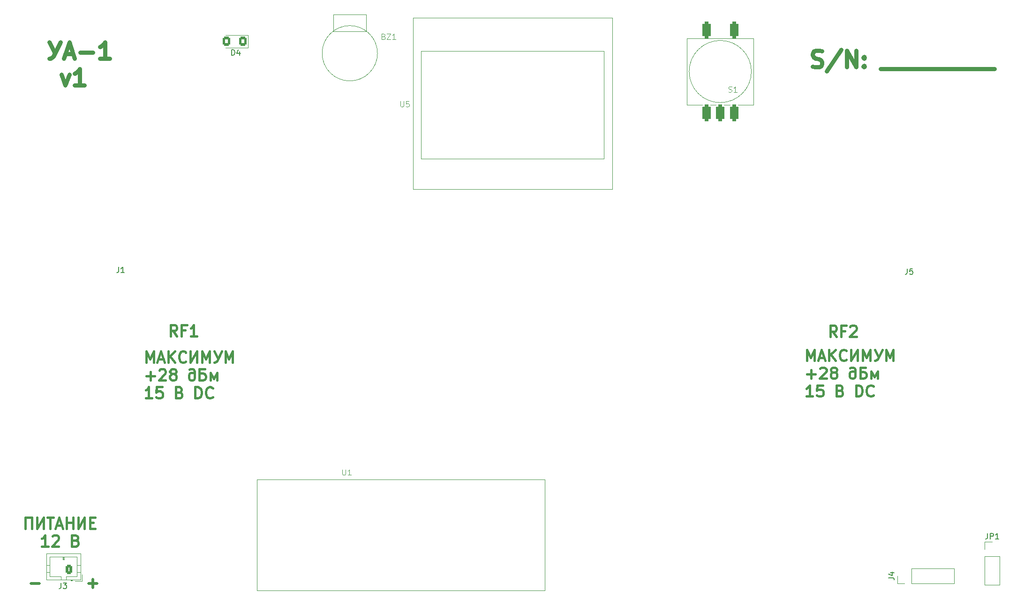
<source format=gbr>
G04 #@! TF.GenerationSoftware,KiCad,Pcbnew,8.0.1*
G04 #@! TF.CreationDate,2024-05-06T16:29:22+03:00*
G04 #@! TF.ProjectId,SmartAtt,536d6172-7441-4747-942e-6b696361645f,rev?*
G04 #@! TF.SameCoordinates,Original*
G04 #@! TF.FileFunction,Legend,Top*
G04 #@! TF.FilePolarity,Positive*
%FSLAX46Y46*%
G04 Gerber Fmt 4.6, Leading zero omitted, Abs format (unit mm)*
G04 Created by KiCad (PCBNEW 8.0.1) date 2024-05-06 16:29:22*
%MOMM*%
%LPD*%
G01*
G04 APERTURE LIST*
G04 Aperture macros list*
%AMRoundRect*
0 Rectangle with rounded corners*
0 $1 Rounding radius*
0 $2 $3 $4 $5 $6 $7 $8 $9 X,Y pos of 4 corners*
0 Add a 4 corners polygon primitive as box body*
4,1,4,$2,$3,$4,$5,$6,$7,$8,$9,$2,$3,0*
0 Add four circle primitives for the rounded corners*
1,1,$1+$1,$2,$3*
1,1,$1+$1,$4,$5*
1,1,$1+$1,$6,$7*
1,1,$1+$1,$8,$9*
0 Add four rect primitives between the rounded corners*
20,1,$1+$1,$2,$3,$4,$5,0*
20,1,$1+$1,$4,$5,$6,$7,0*
20,1,$1+$1,$6,$7,$8,$9,0*
20,1,$1+$1,$8,$9,$2,$3,0*%
G04 Aperture macros list end*
%ADD10C,0.500000*%
%ADD11C,0.400000*%
%ADD12C,0.750000*%
%ADD13C,0.150000*%
%ADD14C,0.100000*%
%ADD15C,0.120000*%
%ADD16C,7.653453*%
%ADD17R,1.700000X1.700000*%
%ADD18O,1.700000X1.700000*%
%ADD19C,3.000000*%
%ADD20C,1.500000*%
%ADD21R,1.000000X1.000000*%
%ADD22C,2.000000*%
%ADD23RoundRect,0.250001X0.462499X0.624999X-0.462499X0.624999X-0.462499X-0.624999X0.462499X-0.624999X0*%
%ADD24RoundRect,0.375000X-0.375000X-1.125000X0.375000X-1.125000X0.375000X1.125000X-0.375000X1.125000X0*%
%ADD25RoundRect,0.250000X0.350000X0.625000X-0.350000X0.625000X-0.350000X-0.625000X0.350000X-0.625000X0*%
%ADD26O,1.200000X1.750000*%
%ADD27O,2.000000X2.000000*%
G04 APERTURE END LIST*
D10*
X64205137Y-140767333D02*
X65728947Y-140767333D01*
D11*
X90582204Y-96034438D02*
X89915537Y-95082057D01*
X89439347Y-96034438D02*
X89439347Y-94034438D01*
X89439347Y-94034438D02*
X90201252Y-94034438D01*
X90201252Y-94034438D02*
X90391728Y-94129676D01*
X90391728Y-94129676D02*
X90486966Y-94224914D01*
X90486966Y-94224914D02*
X90582204Y-94415390D01*
X90582204Y-94415390D02*
X90582204Y-94701104D01*
X90582204Y-94701104D02*
X90486966Y-94891580D01*
X90486966Y-94891580D02*
X90391728Y-94986819D01*
X90391728Y-94986819D02*
X90201252Y-95082057D01*
X90201252Y-95082057D02*
X89439347Y-95082057D01*
X92106014Y-94986819D02*
X91439347Y-94986819D01*
X91439347Y-96034438D02*
X91439347Y-94034438D01*
X91439347Y-94034438D02*
X92391728Y-94034438D01*
X94201252Y-96034438D02*
X93058395Y-96034438D01*
X93629823Y-96034438D02*
X93629823Y-94034438D01*
X93629823Y-94034438D02*
X93439347Y-94320152D01*
X93439347Y-94320152D02*
X93248871Y-94510628D01*
X93248871Y-94510628D02*
X93058395Y-94605866D01*
X209682204Y-96134438D02*
X209015537Y-95182057D01*
X208539347Y-96134438D02*
X208539347Y-94134438D01*
X208539347Y-94134438D02*
X209301252Y-94134438D01*
X209301252Y-94134438D02*
X209491728Y-94229676D01*
X209491728Y-94229676D02*
X209586966Y-94324914D01*
X209586966Y-94324914D02*
X209682204Y-94515390D01*
X209682204Y-94515390D02*
X209682204Y-94801104D01*
X209682204Y-94801104D02*
X209586966Y-94991580D01*
X209586966Y-94991580D02*
X209491728Y-95086819D01*
X209491728Y-95086819D02*
X209301252Y-95182057D01*
X209301252Y-95182057D02*
X208539347Y-95182057D01*
X211206014Y-95086819D02*
X210539347Y-95086819D01*
X210539347Y-96134438D02*
X210539347Y-94134438D01*
X210539347Y-94134438D02*
X211491728Y-94134438D01*
X212158395Y-94324914D02*
X212253633Y-94229676D01*
X212253633Y-94229676D02*
X212444109Y-94134438D01*
X212444109Y-94134438D02*
X212920300Y-94134438D01*
X212920300Y-94134438D02*
X213110776Y-94229676D01*
X213110776Y-94229676D02*
X213206014Y-94324914D01*
X213206014Y-94324914D02*
X213301252Y-94515390D01*
X213301252Y-94515390D02*
X213301252Y-94705866D01*
X213301252Y-94705866D02*
X213206014Y-94991580D01*
X213206014Y-94991580D02*
X212063157Y-96134438D01*
X212063157Y-96134438D02*
X213301252Y-96134438D01*
X204339347Y-100494662D02*
X204339347Y-98494662D01*
X204339347Y-98494662D02*
X205006014Y-99923233D01*
X205006014Y-99923233D02*
X205672680Y-98494662D01*
X205672680Y-98494662D02*
X205672680Y-100494662D01*
X206529823Y-99923233D02*
X207482204Y-99923233D01*
X206339347Y-100494662D02*
X207006013Y-98494662D01*
X207006013Y-98494662D02*
X207672680Y-100494662D01*
X208339347Y-100494662D02*
X208339347Y-98494662D01*
X209482204Y-100494662D02*
X208625061Y-99351804D01*
X209482204Y-98494662D02*
X208339347Y-99637519D01*
X211482204Y-100304185D02*
X211386966Y-100399424D01*
X211386966Y-100399424D02*
X211101252Y-100494662D01*
X211101252Y-100494662D02*
X210910776Y-100494662D01*
X210910776Y-100494662D02*
X210625061Y-100399424D01*
X210625061Y-100399424D02*
X210434585Y-100208947D01*
X210434585Y-100208947D02*
X210339347Y-100018471D01*
X210339347Y-100018471D02*
X210244109Y-99637519D01*
X210244109Y-99637519D02*
X210244109Y-99351804D01*
X210244109Y-99351804D02*
X210339347Y-98970852D01*
X210339347Y-98970852D02*
X210434585Y-98780376D01*
X210434585Y-98780376D02*
X210625061Y-98589900D01*
X210625061Y-98589900D02*
X210910776Y-98494662D01*
X210910776Y-98494662D02*
X211101252Y-98494662D01*
X211101252Y-98494662D02*
X211386966Y-98589900D01*
X211386966Y-98589900D02*
X211482204Y-98685138D01*
X212339347Y-98494662D02*
X212339347Y-100494662D01*
X212339347Y-100494662D02*
X213482204Y-98494662D01*
X213482204Y-98494662D02*
X213482204Y-100494662D01*
X214434585Y-100494662D02*
X214434585Y-98494662D01*
X214434585Y-98494662D02*
X215101252Y-99923233D01*
X215101252Y-99923233D02*
X215767918Y-98494662D01*
X215767918Y-98494662D02*
X215767918Y-100494662D01*
X216625061Y-98494662D02*
X217291728Y-99827995D01*
X217958394Y-98494662D02*
X217101251Y-100208947D01*
X217101251Y-100208947D02*
X216910775Y-100399424D01*
X216910775Y-100399424D02*
X216720299Y-100494662D01*
X216720299Y-100494662D02*
X216625061Y-100494662D01*
X218625061Y-100494662D02*
X218625061Y-98494662D01*
X218625061Y-98494662D02*
X219291728Y-99923233D01*
X219291728Y-99923233D02*
X219958394Y-98494662D01*
X219958394Y-98494662D02*
X219958394Y-100494662D01*
X204339347Y-102952645D02*
X205863157Y-102952645D01*
X205101252Y-103714550D02*
X205101252Y-102190740D01*
X206720299Y-101905026D02*
X206815537Y-101809788D01*
X206815537Y-101809788D02*
X207006013Y-101714550D01*
X207006013Y-101714550D02*
X207482204Y-101714550D01*
X207482204Y-101714550D02*
X207672680Y-101809788D01*
X207672680Y-101809788D02*
X207767918Y-101905026D01*
X207767918Y-101905026D02*
X207863156Y-102095502D01*
X207863156Y-102095502D02*
X207863156Y-102285978D01*
X207863156Y-102285978D02*
X207767918Y-102571692D01*
X207767918Y-102571692D02*
X206625061Y-103714550D01*
X206625061Y-103714550D02*
X207863156Y-103714550D01*
X209006013Y-102571692D02*
X208815537Y-102476454D01*
X208815537Y-102476454D02*
X208720299Y-102381216D01*
X208720299Y-102381216D02*
X208625061Y-102190740D01*
X208625061Y-102190740D02*
X208625061Y-102095502D01*
X208625061Y-102095502D02*
X208720299Y-101905026D01*
X208720299Y-101905026D02*
X208815537Y-101809788D01*
X208815537Y-101809788D02*
X209006013Y-101714550D01*
X209006013Y-101714550D02*
X209386966Y-101714550D01*
X209386966Y-101714550D02*
X209577442Y-101809788D01*
X209577442Y-101809788D02*
X209672680Y-101905026D01*
X209672680Y-101905026D02*
X209767918Y-102095502D01*
X209767918Y-102095502D02*
X209767918Y-102190740D01*
X209767918Y-102190740D02*
X209672680Y-102381216D01*
X209672680Y-102381216D02*
X209577442Y-102476454D01*
X209577442Y-102476454D02*
X209386966Y-102571692D01*
X209386966Y-102571692D02*
X209006013Y-102571692D01*
X209006013Y-102571692D02*
X208815537Y-102666931D01*
X208815537Y-102666931D02*
X208720299Y-102762169D01*
X208720299Y-102762169D02*
X208625061Y-102952645D01*
X208625061Y-102952645D02*
X208625061Y-103333597D01*
X208625061Y-103333597D02*
X208720299Y-103524073D01*
X208720299Y-103524073D02*
X208815537Y-103619312D01*
X208815537Y-103619312D02*
X209006013Y-103714550D01*
X209006013Y-103714550D02*
X209386966Y-103714550D01*
X209386966Y-103714550D02*
X209577442Y-103619312D01*
X209577442Y-103619312D02*
X209672680Y-103524073D01*
X209672680Y-103524073D02*
X209767918Y-103333597D01*
X209767918Y-103333597D02*
X209767918Y-102952645D01*
X209767918Y-102952645D02*
X209672680Y-102762169D01*
X209672680Y-102762169D02*
X209577442Y-102666931D01*
X209577442Y-102666931D02*
X209386966Y-102571692D01*
X213101252Y-102571692D02*
X213006014Y-102476454D01*
X213006014Y-102476454D02*
X212815538Y-102381216D01*
X212815538Y-102381216D02*
X212434585Y-102381216D01*
X212434585Y-102381216D02*
X212244109Y-102476454D01*
X212244109Y-102476454D02*
X212148871Y-102571692D01*
X212148871Y-102571692D02*
X212053633Y-102762169D01*
X212053633Y-102762169D02*
X212053633Y-103333597D01*
X212053633Y-103333597D02*
X212148871Y-103524073D01*
X212148871Y-103524073D02*
X212244109Y-103619312D01*
X212244109Y-103619312D02*
X212434585Y-103714550D01*
X212434585Y-103714550D02*
X212720300Y-103714550D01*
X212720300Y-103714550D02*
X212910776Y-103619312D01*
X212910776Y-103619312D02*
X213006014Y-103524073D01*
X213006014Y-103524073D02*
X213101252Y-103333597D01*
X213101252Y-103333597D02*
X213101252Y-102095502D01*
X213101252Y-102095502D02*
X213006014Y-101905026D01*
X213006014Y-101905026D02*
X212910776Y-101809788D01*
X212910776Y-101809788D02*
X212720300Y-101714550D01*
X212720300Y-101714550D02*
X212339347Y-101714550D01*
X212339347Y-101714550D02*
X212148871Y-101809788D01*
X214910776Y-101714550D02*
X213958395Y-101714550D01*
X213958395Y-101714550D02*
X213958395Y-103714550D01*
X213958395Y-103714550D02*
X214529824Y-103714550D01*
X214529824Y-103714550D02*
X214815538Y-103619312D01*
X214815538Y-103619312D02*
X215006014Y-103428835D01*
X215006014Y-103428835D02*
X215101252Y-103238359D01*
X215101252Y-103238359D02*
X215101252Y-102952645D01*
X215101252Y-102952645D02*
X215006014Y-102762169D01*
X215006014Y-102762169D02*
X214815538Y-102571692D01*
X214815538Y-102571692D02*
X214529824Y-102476454D01*
X214529824Y-102476454D02*
X213958395Y-102476454D01*
X215958395Y-103714550D02*
X215958395Y-102381216D01*
X215958395Y-102381216D02*
X216529824Y-103428835D01*
X216529824Y-103428835D02*
X217101252Y-102381216D01*
X217101252Y-102381216D02*
X217101252Y-103714550D01*
X205386966Y-106934438D02*
X204244109Y-106934438D01*
X204815537Y-106934438D02*
X204815537Y-104934438D01*
X204815537Y-104934438D02*
X204625061Y-105220152D01*
X204625061Y-105220152D02*
X204434585Y-105410628D01*
X204434585Y-105410628D02*
X204244109Y-105505866D01*
X207196490Y-104934438D02*
X206244109Y-104934438D01*
X206244109Y-104934438D02*
X206148871Y-105886819D01*
X206148871Y-105886819D02*
X206244109Y-105791580D01*
X206244109Y-105791580D02*
X206434585Y-105696342D01*
X206434585Y-105696342D02*
X206910776Y-105696342D01*
X206910776Y-105696342D02*
X207101252Y-105791580D01*
X207101252Y-105791580D02*
X207196490Y-105886819D01*
X207196490Y-105886819D02*
X207291728Y-106077295D01*
X207291728Y-106077295D02*
X207291728Y-106553485D01*
X207291728Y-106553485D02*
X207196490Y-106743961D01*
X207196490Y-106743961D02*
X207101252Y-106839200D01*
X207101252Y-106839200D02*
X206910776Y-106934438D01*
X206910776Y-106934438D02*
X206434585Y-106934438D01*
X206434585Y-106934438D02*
X206244109Y-106839200D01*
X206244109Y-106839200D02*
X206148871Y-106743961D01*
X210339348Y-105886819D02*
X210625062Y-105982057D01*
X210625062Y-105982057D02*
X210720300Y-106077295D01*
X210720300Y-106077295D02*
X210815538Y-106267771D01*
X210815538Y-106267771D02*
X210815538Y-106553485D01*
X210815538Y-106553485D02*
X210720300Y-106743961D01*
X210720300Y-106743961D02*
X210625062Y-106839200D01*
X210625062Y-106839200D02*
X210434586Y-106934438D01*
X210434586Y-106934438D02*
X209672681Y-106934438D01*
X209672681Y-106934438D02*
X209672681Y-104934438D01*
X209672681Y-104934438D02*
X210339348Y-104934438D01*
X210339348Y-104934438D02*
X210529824Y-105029676D01*
X210529824Y-105029676D02*
X210625062Y-105124914D01*
X210625062Y-105124914D02*
X210720300Y-105315390D01*
X210720300Y-105315390D02*
X210720300Y-105505866D01*
X210720300Y-105505866D02*
X210625062Y-105696342D01*
X210625062Y-105696342D02*
X210529824Y-105791580D01*
X210529824Y-105791580D02*
X210339348Y-105886819D01*
X210339348Y-105886819D02*
X209672681Y-105886819D01*
X213196491Y-106934438D02*
X213196491Y-104934438D01*
X213196491Y-104934438D02*
X213672681Y-104934438D01*
X213672681Y-104934438D02*
X213958396Y-105029676D01*
X213958396Y-105029676D02*
X214148872Y-105220152D01*
X214148872Y-105220152D02*
X214244110Y-105410628D01*
X214244110Y-105410628D02*
X214339348Y-105791580D01*
X214339348Y-105791580D02*
X214339348Y-106077295D01*
X214339348Y-106077295D02*
X214244110Y-106458247D01*
X214244110Y-106458247D02*
X214148872Y-106648723D01*
X214148872Y-106648723D02*
X213958396Y-106839200D01*
X213958396Y-106839200D02*
X213672681Y-106934438D01*
X213672681Y-106934438D02*
X213196491Y-106934438D01*
X216339348Y-106743961D02*
X216244110Y-106839200D01*
X216244110Y-106839200D02*
X215958396Y-106934438D01*
X215958396Y-106934438D02*
X215767920Y-106934438D01*
X215767920Y-106934438D02*
X215482205Y-106839200D01*
X215482205Y-106839200D02*
X215291729Y-106648723D01*
X215291729Y-106648723D02*
X215196491Y-106458247D01*
X215196491Y-106458247D02*
X215101253Y-106077295D01*
X215101253Y-106077295D02*
X215101253Y-105791580D01*
X215101253Y-105791580D02*
X215196491Y-105410628D01*
X215196491Y-105410628D02*
X215291729Y-105220152D01*
X215291729Y-105220152D02*
X215482205Y-105029676D01*
X215482205Y-105029676D02*
X215767920Y-104934438D01*
X215767920Y-104934438D02*
X215958396Y-104934438D01*
X215958396Y-104934438D02*
X216244110Y-105029676D01*
X216244110Y-105029676D02*
X216339348Y-105124914D01*
X63239347Y-130814550D02*
X63239347Y-128814550D01*
X63239347Y-128814550D02*
X64382204Y-128814550D01*
X64382204Y-128814550D02*
X64382204Y-130814550D01*
X65334585Y-128814550D02*
X65334585Y-130814550D01*
X65334585Y-130814550D02*
X66477442Y-128814550D01*
X66477442Y-128814550D02*
X66477442Y-130814550D01*
X67144109Y-128814550D02*
X68286966Y-128814550D01*
X67715537Y-130814550D02*
X67715537Y-128814550D01*
X68858395Y-130243121D02*
X69810776Y-130243121D01*
X68667919Y-130814550D02*
X69334585Y-128814550D01*
X69334585Y-128814550D02*
X70001252Y-130814550D01*
X70667919Y-130814550D02*
X70667919Y-128814550D01*
X70667919Y-129766931D02*
X71810776Y-129766931D01*
X71810776Y-130814550D02*
X71810776Y-128814550D01*
X72763157Y-128814550D02*
X72763157Y-130814550D01*
X72763157Y-130814550D02*
X73906014Y-128814550D01*
X73906014Y-128814550D02*
X73906014Y-130814550D01*
X74858395Y-129766931D02*
X75525062Y-129766931D01*
X75810776Y-130814550D02*
X74858395Y-130814550D01*
X74858395Y-130814550D02*
X74858395Y-128814550D01*
X74858395Y-128814550D02*
X75810776Y-128814550D01*
X67334586Y-134034438D02*
X66191729Y-134034438D01*
X66763157Y-134034438D02*
X66763157Y-132034438D01*
X66763157Y-132034438D02*
X66572681Y-132320152D01*
X66572681Y-132320152D02*
X66382205Y-132510628D01*
X66382205Y-132510628D02*
X66191729Y-132605866D01*
X68096491Y-132224914D02*
X68191729Y-132129676D01*
X68191729Y-132129676D02*
X68382205Y-132034438D01*
X68382205Y-132034438D02*
X68858396Y-132034438D01*
X68858396Y-132034438D02*
X69048872Y-132129676D01*
X69048872Y-132129676D02*
X69144110Y-132224914D01*
X69144110Y-132224914D02*
X69239348Y-132415390D01*
X69239348Y-132415390D02*
X69239348Y-132605866D01*
X69239348Y-132605866D02*
X69144110Y-132891580D01*
X69144110Y-132891580D02*
X68001253Y-134034438D01*
X68001253Y-134034438D02*
X69239348Y-134034438D01*
X72286968Y-132986819D02*
X72572682Y-133082057D01*
X72572682Y-133082057D02*
X72667920Y-133177295D01*
X72667920Y-133177295D02*
X72763158Y-133367771D01*
X72763158Y-133367771D02*
X72763158Y-133653485D01*
X72763158Y-133653485D02*
X72667920Y-133843961D01*
X72667920Y-133843961D02*
X72572682Y-133939200D01*
X72572682Y-133939200D02*
X72382206Y-134034438D01*
X72382206Y-134034438D02*
X71620301Y-134034438D01*
X71620301Y-134034438D02*
X71620301Y-132034438D01*
X71620301Y-132034438D02*
X72286968Y-132034438D01*
X72286968Y-132034438D02*
X72477444Y-132129676D01*
X72477444Y-132129676D02*
X72572682Y-132224914D01*
X72572682Y-132224914D02*
X72667920Y-132415390D01*
X72667920Y-132415390D02*
X72667920Y-132605866D01*
X72667920Y-132605866D02*
X72572682Y-132796342D01*
X72572682Y-132796342D02*
X72477444Y-132891580D01*
X72477444Y-132891580D02*
X72286968Y-132986819D01*
X72286968Y-132986819D02*
X71620301Y-132986819D01*
D12*
X205364849Y-47251000D02*
X205793421Y-47393857D01*
X205793421Y-47393857D02*
X206507706Y-47393857D01*
X206507706Y-47393857D02*
X206793421Y-47251000D01*
X206793421Y-47251000D02*
X206936278Y-47108142D01*
X206936278Y-47108142D02*
X207079135Y-46822428D01*
X207079135Y-46822428D02*
X207079135Y-46536714D01*
X207079135Y-46536714D02*
X206936278Y-46251000D01*
X206936278Y-46251000D02*
X206793421Y-46108142D01*
X206793421Y-46108142D02*
X206507706Y-45965285D01*
X206507706Y-45965285D02*
X205936278Y-45822428D01*
X205936278Y-45822428D02*
X205650563Y-45679571D01*
X205650563Y-45679571D02*
X205507706Y-45536714D01*
X205507706Y-45536714D02*
X205364849Y-45251000D01*
X205364849Y-45251000D02*
X205364849Y-44965285D01*
X205364849Y-44965285D02*
X205507706Y-44679571D01*
X205507706Y-44679571D02*
X205650563Y-44536714D01*
X205650563Y-44536714D02*
X205936278Y-44393857D01*
X205936278Y-44393857D02*
X206650563Y-44393857D01*
X206650563Y-44393857D02*
X207079135Y-44536714D01*
X210507706Y-44251000D02*
X207936278Y-48108142D01*
X211507706Y-47393857D02*
X211507706Y-44393857D01*
X211507706Y-44393857D02*
X213221992Y-47393857D01*
X213221992Y-47393857D02*
X213221992Y-44393857D01*
X214650563Y-47108142D02*
X214793420Y-47251000D01*
X214793420Y-47251000D02*
X214650563Y-47393857D01*
X214650563Y-47393857D02*
X214507706Y-47251000D01*
X214507706Y-47251000D02*
X214650563Y-47108142D01*
X214650563Y-47108142D02*
X214650563Y-47393857D01*
X214650563Y-45536714D02*
X214793420Y-45679571D01*
X214793420Y-45679571D02*
X214650563Y-45822428D01*
X214650563Y-45822428D02*
X214507706Y-45679571D01*
X214507706Y-45679571D02*
X214650563Y-45536714D01*
X214650563Y-45536714D02*
X214650563Y-45822428D01*
X217650563Y-47679571D02*
X219936277Y-47679571D01*
X219936277Y-47679571D02*
X222221991Y-47679571D01*
X222221991Y-47679571D02*
X224507705Y-47679571D01*
X224507705Y-47679571D02*
X226793419Y-47679571D01*
X226793419Y-47679571D02*
X229079133Y-47679571D01*
X229079133Y-47679571D02*
X231364847Y-47679571D01*
X231364847Y-47679571D02*
X233650561Y-47679571D01*
X233650561Y-47679571D02*
X235936275Y-47679571D01*
X235936275Y-47679571D02*
X238221989Y-47679571D01*
D11*
X85039347Y-100794662D02*
X85039347Y-98794662D01*
X85039347Y-98794662D02*
X85706014Y-100223233D01*
X85706014Y-100223233D02*
X86372680Y-98794662D01*
X86372680Y-98794662D02*
X86372680Y-100794662D01*
X87229823Y-100223233D02*
X88182204Y-100223233D01*
X87039347Y-100794662D02*
X87706013Y-98794662D01*
X87706013Y-98794662D02*
X88372680Y-100794662D01*
X89039347Y-100794662D02*
X89039347Y-98794662D01*
X90182204Y-100794662D02*
X89325061Y-99651804D01*
X90182204Y-98794662D02*
X89039347Y-99937519D01*
X92182204Y-100604185D02*
X92086966Y-100699424D01*
X92086966Y-100699424D02*
X91801252Y-100794662D01*
X91801252Y-100794662D02*
X91610776Y-100794662D01*
X91610776Y-100794662D02*
X91325061Y-100699424D01*
X91325061Y-100699424D02*
X91134585Y-100508947D01*
X91134585Y-100508947D02*
X91039347Y-100318471D01*
X91039347Y-100318471D02*
X90944109Y-99937519D01*
X90944109Y-99937519D02*
X90944109Y-99651804D01*
X90944109Y-99651804D02*
X91039347Y-99270852D01*
X91039347Y-99270852D02*
X91134585Y-99080376D01*
X91134585Y-99080376D02*
X91325061Y-98889900D01*
X91325061Y-98889900D02*
X91610776Y-98794662D01*
X91610776Y-98794662D02*
X91801252Y-98794662D01*
X91801252Y-98794662D02*
X92086966Y-98889900D01*
X92086966Y-98889900D02*
X92182204Y-98985138D01*
X93039347Y-98794662D02*
X93039347Y-100794662D01*
X93039347Y-100794662D02*
X94182204Y-98794662D01*
X94182204Y-98794662D02*
X94182204Y-100794662D01*
X95134585Y-100794662D02*
X95134585Y-98794662D01*
X95134585Y-98794662D02*
X95801252Y-100223233D01*
X95801252Y-100223233D02*
X96467918Y-98794662D01*
X96467918Y-98794662D02*
X96467918Y-100794662D01*
X97325061Y-98794662D02*
X97991728Y-100127995D01*
X98658394Y-98794662D02*
X97801251Y-100508947D01*
X97801251Y-100508947D02*
X97610775Y-100699424D01*
X97610775Y-100699424D02*
X97420299Y-100794662D01*
X97420299Y-100794662D02*
X97325061Y-100794662D01*
X99325061Y-100794662D02*
X99325061Y-98794662D01*
X99325061Y-98794662D02*
X99991728Y-100223233D01*
X99991728Y-100223233D02*
X100658394Y-98794662D01*
X100658394Y-98794662D02*
X100658394Y-100794662D01*
X85039347Y-103252645D02*
X86563157Y-103252645D01*
X85801252Y-104014550D02*
X85801252Y-102490740D01*
X87420299Y-102205026D02*
X87515537Y-102109788D01*
X87515537Y-102109788D02*
X87706013Y-102014550D01*
X87706013Y-102014550D02*
X88182204Y-102014550D01*
X88182204Y-102014550D02*
X88372680Y-102109788D01*
X88372680Y-102109788D02*
X88467918Y-102205026D01*
X88467918Y-102205026D02*
X88563156Y-102395502D01*
X88563156Y-102395502D02*
X88563156Y-102585978D01*
X88563156Y-102585978D02*
X88467918Y-102871692D01*
X88467918Y-102871692D02*
X87325061Y-104014550D01*
X87325061Y-104014550D02*
X88563156Y-104014550D01*
X89706013Y-102871692D02*
X89515537Y-102776454D01*
X89515537Y-102776454D02*
X89420299Y-102681216D01*
X89420299Y-102681216D02*
X89325061Y-102490740D01*
X89325061Y-102490740D02*
X89325061Y-102395502D01*
X89325061Y-102395502D02*
X89420299Y-102205026D01*
X89420299Y-102205026D02*
X89515537Y-102109788D01*
X89515537Y-102109788D02*
X89706013Y-102014550D01*
X89706013Y-102014550D02*
X90086966Y-102014550D01*
X90086966Y-102014550D02*
X90277442Y-102109788D01*
X90277442Y-102109788D02*
X90372680Y-102205026D01*
X90372680Y-102205026D02*
X90467918Y-102395502D01*
X90467918Y-102395502D02*
X90467918Y-102490740D01*
X90467918Y-102490740D02*
X90372680Y-102681216D01*
X90372680Y-102681216D02*
X90277442Y-102776454D01*
X90277442Y-102776454D02*
X90086966Y-102871692D01*
X90086966Y-102871692D02*
X89706013Y-102871692D01*
X89706013Y-102871692D02*
X89515537Y-102966931D01*
X89515537Y-102966931D02*
X89420299Y-103062169D01*
X89420299Y-103062169D02*
X89325061Y-103252645D01*
X89325061Y-103252645D02*
X89325061Y-103633597D01*
X89325061Y-103633597D02*
X89420299Y-103824073D01*
X89420299Y-103824073D02*
X89515537Y-103919312D01*
X89515537Y-103919312D02*
X89706013Y-104014550D01*
X89706013Y-104014550D02*
X90086966Y-104014550D01*
X90086966Y-104014550D02*
X90277442Y-103919312D01*
X90277442Y-103919312D02*
X90372680Y-103824073D01*
X90372680Y-103824073D02*
X90467918Y-103633597D01*
X90467918Y-103633597D02*
X90467918Y-103252645D01*
X90467918Y-103252645D02*
X90372680Y-103062169D01*
X90372680Y-103062169D02*
X90277442Y-102966931D01*
X90277442Y-102966931D02*
X90086966Y-102871692D01*
X93801252Y-102871692D02*
X93706014Y-102776454D01*
X93706014Y-102776454D02*
X93515538Y-102681216D01*
X93515538Y-102681216D02*
X93134585Y-102681216D01*
X93134585Y-102681216D02*
X92944109Y-102776454D01*
X92944109Y-102776454D02*
X92848871Y-102871692D01*
X92848871Y-102871692D02*
X92753633Y-103062169D01*
X92753633Y-103062169D02*
X92753633Y-103633597D01*
X92753633Y-103633597D02*
X92848871Y-103824073D01*
X92848871Y-103824073D02*
X92944109Y-103919312D01*
X92944109Y-103919312D02*
X93134585Y-104014550D01*
X93134585Y-104014550D02*
X93420300Y-104014550D01*
X93420300Y-104014550D02*
X93610776Y-103919312D01*
X93610776Y-103919312D02*
X93706014Y-103824073D01*
X93706014Y-103824073D02*
X93801252Y-103633597D01*
X93801252Y-103633597D02*
X93801252Y-102395502D01*
X93801252Y-102395502D02*
X93706014Y-102205026D01*
X93706014Y-102205026D02*
X93610776Y-102109788D01*
X93610776Y-102109788D02*
X93420300Y-102014550D01*
X93420300Y-102014550D02*
X93039347Y-102014550D01*
X93039347Y-102014550D02*
X92848871Y-102109788D01*
X95610776Y-102014550D02*
X94658395Y-102014550D01*
X94658395Y-102014550D02*
X94658395Y-104014550D01*
X94658395Y-104014550D02*
X95229824Y-104014550D01*
X95229824Y-104014550D02*
X95515538Y-103919312D01*
X95515538Y-103919312D02*
X95706014Y-103728835D01*
X95706014Y-103728835D02*
X95801252Y-103538359D01*
X95801252Y-103538359D02*
X95801252Y-103252645D01*
X95801252Y-103252645D02*
X95706014Y-103062169D01*
X95706014Y-103062169D02*
X95515538Y-102871692D01*
X95515538Y-102871692D02*
X95229824Y-102776454D01*
X95229824Y-102776454D02*
X94658395Y-102776454D01*
X96658395Y-104014550D02*
X96658395Y-102681216D01*
X96658395Y-102681216D02*
X97229824Y-103728835D01*
X97229824Y-103728835D02*
X97801252Y-102681216D01*
X97801252Y-102681216D02*
X97801252Y-104014550D01*
X86086966Y-107234438D02*
X84944109Y-107234438D01*
X85515537Y-107234438D02*
X85515537Y-105234438D01*
X85515537Y-105234438D02*
X85325061Y-105520152D01*
X85325061Y-105520152D02*
X85134585Y-105710628D01*
X85134585Y-105710628D02*
X84944109Y-105805866D01*
X87896490Y-105234438D02*
X86944109Y-105234438D01*
X86944109Y-105234438D02*
X86848871Y-106186819D01*
X86848871Y-106186819D02*
X86944109Y-106091580D01*
X86944109Y-106091580D02*
X87134585Y-105996342D01*
X87134585Y-105996342D02*
X87610776Y-105996342D01*
X87610776Y-105996342D02*
X87801252Y-106091580D01*
X87801252Y-106091580D02*
X87896490Y-106186819D01*
X87896490Y-106186819D02*
X87991728Y-106377295D01*
X87991728Y-106377295D02*
X87991728Y-106853485D01*
X87991728Y-106853485D02*
X87896490Y-107043961D01*
X87896490Y-107043961D02*
X87801252Y-107139200D01*
X87801252Y-107139200D02*
X87610776Y-107234438D01*
X87610776Y-107234438D02*
X87134585Y-107234438D01*
X87134585Y-107234438D02*
X86944109Y-107139200D01*
X86944109Y-107139200D02*
X86848871Y-107043961D01*
X91039348Y-106186819D02*
X91325062Y-106282057D01*
X91325062Y-106282057D02*
X91420300Y-106377295D01*
X91420300Y-106377295D02*
X91515538Y-106567771D01*
X91515538Y-106567771D02*
X91515538Y-106853485D01*
X91515538Y-106853485D02*
X91420300Y-107043961D01*
X91420300Y-107043961D02*
X91325062Y-107139200D01*
X91325062Y-107139200D02*
X91134586Y-107234438D01*
X91134586Y-107234438D02*
X90372681Y-107234438D01*
X90372681Y-107234438D02*
X90372681Y-105234438D01*
X90372681Y-105234438D02*
X91039348Y-105234438D01*
X91039348Y-105234438D02*
X91229824Y-105329676D01*
X91229824Y-105329676D02*
X91325062Y-105424914D01*
X91325062Y-105424914D02*
X91420300Y-105615390D01*
X91420300Y-105615390D02*
X91420300Y-105805866D01*
X91420300Y-105805866D02*
X91325062Y-105996342D01*
X91325062Y-105996342D02*
X91229824Y-106091580D01*
X91229824Y-106091580D02*
X91039348Y-106186819D01*
X91039348Y-106186819D02*
X90372681Y-106186819D01*
X93896491Y-107234438D02*
X93896491Y-105234438D01*
X93896491Y-105234438D02*
X94372681Y-105234438D01*
X94372681Y-105234438D02*
X94658396Y-105329676D01*
X94658396Y-105329676D02*
X94848872Y-105520152D01*
X94848872Y-105520152D02*
X94944110Y-105710628D01*
X94944110Y-105710628D02*
X95039348Y-106091580D01*
X95039348Y-106091580D02*
X95039348Y-106377295D01*
X95039348Y-106377295D02*
X94944110Y-106758247D01*
X94944110Y-106758247D02*
X94848872Y-106948723D01*
X94848872Y-106948723D02*
X94658396Y-107139200D01*
X94658396Y-107139200D02*
X94372681Y-107234438D01*
X94372681Y-107234438D02*
X93896491Y-107234438D01*
X97039348Y-107043961D02*
X96944110Y-107139200D01*
X96944110Y-107139200D02*
X96658396Y-107234438D01*
X96658396Y-107234438D02*
X96467920Y-107234438D01*
X96467920Y-107234438D02*
X96182205Y-107139200D01*
X96182205Y-107139200D02*
X95991729Y-106948723D01*
X95991729Y-106948723D02*
X95896491Y-106758247D01*
X95896491Y-106758247D02*
X95801253Y-106377295D01*
X95801253Y-106377295D02*
X95801253Y-106091580D01*
X95801253Y-106091580D02*
X95896491Y-105710628D01*
X95896491Y-105710628D02*
X95991729Y-105520152D01*
X95991729Y-105520152D02*
X96182205Y-105329676D01*
X96182205Y-105329676D02*
X96467920Y-105234438D01*
X96467920Y-105234438D02*
X96658396Y-105234438D01*
X96658396Y-105234438D02*
X96944110Y-105329676D01*
X96944110Y-105329676D02*
X97039348Y-105424914D01*
D12*
X67564849Y-42864025D02*
X68564849Y-44864025D01*
X69564849Y-42864025D02*
X68279135Y-45435453D01*
X68279135Y-45435453D02*
X67993421Y-45721168D01*
X67993421Y-45721168D02*
X67707706Y-45864025D01*
X67707706Y-45864025D02*
X67564849Y-45864025D01*
X70421992Y-45006882D02*
X71850564Y-45006882D01*
X70136278Y-45864025D02*
X71136278Y-42864025D01*
X71136278Y-42864025D02*
X72136278Y-45864025D01*
X73136278Y-44721168D02*
X75421993Y-44721168D01*
X78421993Y-45864025D02*
X76707707Y-45864025D01*
X77564850Y-45864025D02*
X77564850Y-42864025D01*
X77564850Y-42864025D02*
X77279136Y-43292596D01*
X77279136Y-43292596D02*
X76993421Y-43578310D01*
X76993421Y-43578310D02*
X76707707Y-43721168D01*
X69707706Y-48693857D02*
X70421992Y-50693857D01*
X70421992Y-50693857D02*
X71136277Y-48693857D01*
X73850563Y-50693857D02*
X72136277Y-50693857D01*
X72993420Y-50693857D02*
X72993420Y-47693857D01*
X72993420Y-47693857D02*
X72707706Y-48122428D01*
X72707706Y-48122428D02*
X72421991Y-48408142D01*
X72421991Y-48408142D02*
X72136277Y-48551000D01*
D10*
X74605137Y-140767333D02*
X76128947Y-140767333D01*
X75367042Y-141529238D02*
X75367042Y-140005428D01*
D13*
X236966666Y-131699819D02*
X236966666Y-132414104D01*
X236966666Y-132414104D02*
X236919047Y-132556961D01*
X236919047Y-132556961D02*
X236823809Y-132652200D01*
X236823809Y-132652200D02*
X236680952Y-132699819D01*
X236680952Y-132699819D02*
X236585714Y-132699819D01*
X237442857Y-132699819D02*
X237442857Y-131699819D01*
X237442857Y-131699819D02*
X237823809Y-131699819D01*
X237823809Y-131699819D02*
X237919047Y-131747438D01*
X237919047Y-131747438D02*
X237966666Y-131795057D01*
X237966666Y-131795057D02*
X238014285Y-131890295D01*
X238014285Y-131890295D02*
X238014285Y-132033152D01*
X238014285Y-132033152D02*
X237966666Y-132128390D01*
X237966666Y-132128390D02*
X237919047Y-132176009D01*
X237919047Y-132176009D02*
X237823809Y-132223628D01*
X237823809Y-132223628D02*
X237442857Y-132223628D01*
X238966666Y-132699819D02*
X238395238Y-132699819D01*
X238680952Y-132699819D02*
X238680952Y-131699819D01*
X238680952Y-131699819D02*
X238585714Y-131842676D01*
X238585714Y-131842676D02*
X238490476Y-131937914D01*
X238490476Y-131937914D02*
X238395238Y-131985533D01*
D14*
X120438095Y-120157419D02*
X120438095Y-120966942D01*
X120438095Y-120966942D02*
X120485714Y-121062180D01*
X120485714Y-121062180D02*
X120533333Y-121109800D01*
X120533333Y-121109800D02*
X120628571Y-121157419D01*
X120628571Y-121157419D02*
X120819047Y-121157419D01*
X120819047Y-121157419D02*
X120914285Y-121109800D01*
X120914285Y-121109800D02*
X120961904Y-121062180D01*
X120961904Y-121062180D02*
X121009523Y-120966942D01*
X121009523Y-120966942D02*
X121009523Y-120157419D01*
X122009523Y-121157419D02*
X121438095Y-121157419D01*
X121723809Y-121157419D02*
X121723809Y-120157419D01*
X121723809Y-120157419D02*
X121628571Y-120300276D01*
X121628571Y-120300276D02*
X121533333Y-120395514D01*
X121533333Y-120395514D02*
X121438095Y-120443133D01*
X130938095Y-53557419D02*
X130938095Y-54366942D01*
X130938095Y-54366942D02*
X130985714Y-54462180D01*
X130985714Y-54462180D02*
X131033333Y-54509800D01*
X131033333Y-54509800D02*
X131128571Y-54557419D01*
X131128571Y-54557419D02*
X131319047Y-54557419D01*
X131319047Y-54557419D02*
X131414285Y-54509800D01*
X131414285Y-54509800D02*
X131461904Y-54462180D01*
X131461904Y-54462180D02*
X131509523Y-54366942D01*
X131509523Y-54366942D02*
X131509523Y-53557419D01*
X132461904Y-53557419D02*
X131985714Y-53557419D01*
X131985714Y-53557419D02*
X131938095Y-54033609D01*
X131938095Y-54033609D02*
X131985714Y-53985990D01*
X131985714Y-53985990D02*
X132080952Y-53938371D01*
X132080952Y-53938371D02*
X132319047Y-53938371D01*
X132319047Y-53938371D02*
X132414285Y-53985990D01*
X132414285Y-53985990D02*
X132461904Y-54033609D01*
X132461904Y-54033609D02*
X132509523Y-54128847D01*
X132509523Y-54128847D02*
X132509523Y-54366942D01*
X132509523Y-54366942D02*
X132461904Y-54462180D01*
X132461904Y-54462180D02*
X132414285Y-54509800D01*
X132414285Y-54509800D02*
X132319047Y-54557419D01*
X132319047Y-54557419D02*
X132080952Y-54557419D01*
X132080952Y-54557419D02*
X131985714Y-54509800D01*
X131985714Y-54509800D02*
X131938095Y-54462180D01*
D13*
X65066666Y-102006819D02*
X65066666Y-102721104D01*
X65066666Y-102721104D02*
X65019047Y-102863961D01*
X65019047Y-102863961D02*
X64923809Y-102959200D01*
X64923809Y-102959200D02*
X64780952Y-103006819D01*
X64780952Y-103006819D02*
X64685714Y-103006819D01*
X65495238Y-102102057D02*
X65542857Y-102054438D01*
X65542857Y-102054438D02*
X65638095Y-102006819D01*
X65638095Y-102006819D02*
X65876190Y-102006819D01*
X65876190Y-102006819D02*
X65971428Y-102054438D01*
X65971428Y-102054438D02*
X66019047Y-102102057D01*
X66019047Y-102102057D02*
X66066666Y-102197295D01*
X66066666Y-102197295D02*
X66066666Y-102292533D01*
X66066666Y-102292533D02*
X66019047Y-102435390D01*
X66019047Y-102435390D02*
X65447619Y-103006819D01*
X65447619Y-103006819D02*
X66066666Y-103006819D01*
D14*
X127919047Y-41833609D02*
X128061904Y-41881228D01*
X128061904Y-41881228D02*
X128109523Y-41928847D01*
X128109523Y-41928847D02*
X128157142Y-42024085D01*
X128157142Y-42024085D02*
X128157142Y-42166942D01*
X128157142Y-42166942D02*
X128109523Y-42262180D01*
X128109523Y-42262180D02*
X128061904Y-42309800D01*
X128061904Y-42309800D02*
X127966666Y-42357419D01*
X127966666Y-42357419D02*
X127585714Y-42357419D01*
X127585714Y-42357419D02*
X127585714Y-41357419D01*
X127585714Y-41357419D02*
X127919047Y-41357419D01*
X127919047Y-41357419D02*
X128014285Y-41405038D01*
X128014285Y-41405038D02*
X128061904Y-41452657D01*
X128061904Y-41452657D02*
X128109523Y-41547895D01*
X128109523Y-41547895D02*
X128109523Y-41643133D01*
X128109523Y-41643133D02*
X128061904Y-41738371D01*
X128061904Y-41738371D02*
X128014285Y-41785990D01*
X128014285Y-41785990D02*
X127919047Y-41833609D01*
X127919047Y-41833609D02*
X127585714Y-41833609D01*
X128490476Y-41357419D02*
X129157142Y-41357419D01*
X129157142Y-41357419D02*
X128490476Y-42357419D01*
X128490476Y-42357419D02*
X129157142Y-42357419D01*
X130061904Y-42357419D02*
X129490476Y-42357419D01*
X129776190Y-42357419D02*
X129776190Y-41357419D01*
X129776190Y-41357419D02*
X129680952Y-41500276D01*
X129680952Y-41500276D02*
X129585714Y-41595514D01*
X129585714Y-41595514D02*
X129490476Y-41643133D01*
D13*
X222466666Y-83854819D02*
X222466666Y-84569104D01*
X222466666Y-84569104D02*
X222419047Y-84711961D01*
X222419047Y-84711961D02*
X222323809Y-84807200D01*
X222323809Y-84807200D02*
X222180952Y-84854819D01*
X222180952Y-84854819D02*
X222085714Y-84854819D01*
X223419047Y-83854819D02*
X222942857Y-83854819D01*
X222942857Y-83854819D02*
X222895238Y-84331009D01*
X222895238Y-84331009D02*
X222942857Y-84283390D01*
X222942857Y-84283390D02*
X223038095Y-84235771D01*
X223038095Y-84235771D02*
X223276190Y-84235771D01*
X223276190Y-84235771D02*
X223371428Y-84283390D01*
X223371428Y-84283390D02*
X223419047Y-84331009D01*
X223419047Y-84331009D02*
X223466666Y-84426247D01*
X223466666Y-84426247D02*
X223466666Y-84664342D01*
X223466666Y-84664342D02*
X223419047Y-84759580D01*
X223419047Y-84759580D02*
X223371428Y-84807200D01*
X223371428Y-84807200D02*
X223276190Y-84854819D01*
X223276190Y-84854819D02*
X223038095Y-84854819D01*
X223038095Y-84854819D02*
X222942857Y-84807200D01*
X222942857Y-84807200D02*
X222895238Y-84759580D01*
X80066666Y-83554819D02*
X80066666Y-84269104D01*
X80066666Y-84269104D02*
X80019047Y-84411961D01*
X80019047Y-84411961D02*
X79923809Y-84507200D01*
X79923809Y-84507200D02*
X79780952Y-84554819D01*
X79780952Y-84554819D02*
X79685714Y-84554819D01*
X81066666Y-84554819D02*
X80495238Y-84554819D01*
X80780952Y-84554819D02*
X80780952Y-83554819D01*
X80780952Y-83554819D02*
X80685714Y-83697676D01*
X80685714Y-83697676D02*
X80590476Y-83792914D01*
X80590476Y-83792914D02*
X80495238Y-83840533D01*
X100461905Y-45254819D02*
X100461905Y-44254819D01*
X100461905Y-44254819D02*
X100700000Y-44254819D01*
X100700000Y-44254819D02*
X100842857Y-44302438D01*
X100842857Y-44302438D02*
X100938095Y-44397676D01*
X100938095Y-44397676D02*
X100985714Y-44492914D01*
X100985714Y-44492914D02*
X101033333Y-44683390D01*
X101033333Y-44683390D02*
X101033333Y-44826247D01*
X101033333Y-44826247D02*
X100985714Y-45016723D01*
X100985714Y-45016723D02*
X100938095Y-45111961D01*
X100938095Y-45111961D02*
X100842857Y-45207200D01*
X100842857Y-45207200D02*
X100700000Y-45254819D01*
X100700000Y-45254819D02*
X100461905Y-45254819D01*
X101890476Y-44588152D02*
X101890476Y-45254819D01*
X101652381Y-44207200D02*
X101414286Y-44921485D01*
X101414286Y-44921485D02*
X102033333Y-44921485D01*
D14*
X190188095Y-51859800D02*
X190330952Y-51907419D01*
X190330952Y-51907419D02*
X190569047Y-51907419D01*
X190569047Y-51907419D02*
X190664285Y-51859800D01*
X190664285Y-51859800D02*
X190711904Y-51812180D01*
X190711904Y-51812180D02*
X190759523Y-51716942D01*
X190759523Y-51716942D02*
X190759523Y-51621704D01*
X190759523Y-51621704D02*
X190711904Y-51526466D01*
X190711904Y-51526466D02*
X190664285Y-51478847D01*
X190664285Y-51478847D02*
X190569047Y-51431228D01*
X190569047Y-51431228D02*
X190378571Y-51383609D01*
X190378571Y-51383609D02*
X190283333Y-51335990D01*
X190283333Y-51335990D02*
X190235714Y-51288371D01*
X190235714Y-51288371D02*
X190188095Y-51193133D01*
X190188095Y-51193133D02*
X190188095Y-51097895D01*
X190188095Y-51097895D02*
X190235714Y-51002657D01*
X190235714Y-51002657D02*
X190283333Y-50955038D01*
X190283333Y-50955038D02*
X190378571Y-50907419D01*
X190378571Y-50907419D02*
X190616666Y-50907419D01*
X190616666Y-50907419D02*
X190759523Y-50955038D01*
X191711904Y-51907419D02*
X191140476Y-51907419D01*
X191426190Y-51907419D02*
X191426190Y-50907419D01*
X191426190Y-50907419D02*
X191330952Y-51050276D01*
X191330952Y-51050276D02*
X191235714Y-51145514D01*
X191235714Y-51145514D02*
X191140476Y-51193133D01*
D13*
X237066666Y-102206819D02*
X237066666Y-102921104D01*
X237066666Y-102921104D02*
X237019047Y-103063961D01*
X237019047Y-103063961D02*
X236923809Y-103159200D01*
X236923809Y-103159200D02*
X236780952Y-103206819D01*
X236780952Y-103206819D02*
X236685714Y-103206819D01*
X237971428Y-102206819D02*
X237780952Y-102206819D01*
X237780952Y-102206819D02*
X237685714Y-102254438D01*
X237685714Y-102254438D02*
X237638095Y-102302057D01*
X237638095Y-102302057D02*
X237542857Y-102444914D01*
X237542857Y-102444914D02*
X237495238Y-102635390D01*
X237495238Y-102635390D02*
X237495238Y-103016342D01*
X237495238Y-103016342D02*
X237542857Y-103111580D01*
X237542857Y-103111580D02*
X237590476Y-103159200D01*
X237590476Y-103159200D02*
X237685714Y-103206819D01*
X237685714Y-103206819D02*
X237876190Y-103206819D01*
X237876190Y-103206819D02*
X237971428Y-103159200D01*
X237971428Y-103159200D02*
X238019047Y-103111580D01*
X238019047Y-103111580D02*
X238066666Y-103016342D01*
X238066666Y-103016342D02*
X238066666Y-102778247D01*
X238066666Y-102778247D02*
X238019047Y-102683009D01*
X238019047Y-102683009D02*
X237971428Y-102635390D01*
X237971428Y-102635390D02*
X237876190Y-102587771D01*
X237876190Y-102587771D02*
X237685714Y-102587771D01*
X237685714Y-102587771D02*
X237590476Y-102635390D01*
X237590476Y-102635390D02*
X237542857Y-102683009D01*
X237542857Y-102683009D02*
X237495238Y-102778247D01*
X69666666Y-140654819D02*
X69666666Y-141369104D01*
X69666666Y-141369104D02*
X69619047Y-141511961D01*
X69619047Y-141511961D02*
X69523809Y-141607200D01*
X69523809Y-141607200D02*
X69380952Y-141654819D01*
X69380952Y-141654819D02*
X69285714Y-141654819D01*
X70047619Y-140654819D02*
X70666666Y-140654819D01*
X70666666Y-140654819D02*
X70333333Y-141035771D01*
X70333333Y-141035771D02*
X70476190Y-141035771D01*
X70476190Y-141035771D02*
X70571428Y-141083390D01*
X70571428Y-141083390D02*
X70619047Y-141131009D01*
X70619047Y-141131009D02*
X70666666Y-141226247D01*
X70666666Y-141226247D02*
X70666666Y-141464342D01*
X70666666Y-141464342D02*
X70619047Y-141559580D01*
X70619047Y-141559580D02*
X70571428Y-141607200D01*
X70571428Y-141607200D02*
X70476190Y-141654819D01*
X70476190Y-141654819D02*
X70190476Y-141654819D01*
X70190476Y-141654819D02*
X70095238Y-141607200D01*
X70095238Y-141607200D02*
X70047619Y-141559580D01*
X219104819Y-139733333D02*
X219819104Y-139733333D01*
X219819104Y-139733333D02*
X219961961Y-139780952D01*
X219961961Y-139780952D02*
X220057200Y-139876190D01*
X220057200Y-139876190D02*
X220104819Y-140019047D01*
X220104819Y-140019047D02*
X220104819Y-140114285D01*
X219438152Y-138828571D02*
X220104819Y-138828571D01*
X219057200Y-139066666D02*
X219771485Y-139304761D01*
X219771485Y-139304761D02*
X219771485Y-138685714D01*
D15*
X236470000Y-133245000D02*
X237800000Y-133245000D01*
X236470000Y-134575000D02*
X236470000Y-133245000D01*
X236470000Y-135845000D02*
X236470000Y-140985000D01*
X236470000Y-135845000D02*
X239130000Y-135845000D01*
X236470000Y-140985000D02*
X239130000Y-140985000D01*
X239130000Y-135845000D02*
X239130000Y-140985000D01*
D14*
X105000000Y-122000000D02*
X157000000Y-122000000D01*
X157000000Y-142000000D01*
X105000000Y-142000000D01*
X105000000Y-122000000D01*
X133200000Y-38500000D02*
X169200000Y-38500000D01*
X169200000Y-69500000D01*
X133200000Y-69500000D01*
X133200000Y-38500000D01*
X134700000Y-44500000D02*
X167700000Y-44500000D01*
X167700000Y-64000000D01*
X134700000Y-64000000D01*
X134700000Y-44500000D01*
D15*
X64700000Y-103300000D02*
X66100000Y-103300000D01*
X64700000Y-104700000D02*
X64700000Y-103300000D01*
X66100000Y-103300000D02*
X66100000Y-104700000D01*
X66100000Y-104700000D02*
X64700000Y-104700000D01*
D14*
X118800000Y-37900000D02*
X124800000Y-37900000D01*
X124800000Y-40900000D01*
X118800000Y-40900000D01*
X118800000Y-37900000D01*
X126800000Y-44900000D02*
G75*
G02*
X116800000Y-44900000I-5000000J0D01*
G01*
X116800000Y-44900000D02*
G75*
G02*
X126800000Y-44900000I5000000J0D01*
G01*
D15*
X222100000Y-90000000D02*
X223500000Y-90000000D01*
X222100000Y-91400000D02*
X222100000Y-90000000D01*
X223500000Y-90000000D02*
X223500000Y-91400000D01*
X223500000Y-91400000D02*
X222100000Y-91400000D01*
X79600000Y-89900000D02*
X81000000Y-89900000D01*
X79600000Y-91300000D02*
X79600000Y-89900000D01*
X81000000Y-89900000D02*
X81000000Y-91300000D01*
X81000000Y-91300000D02*
X79600000Y-91300000D01*
X99400000Y-43885000D02*
X103460000Y-43885000D01*
X103460000Y-41615000D02*
X99400000Y-41615000D01*
X103460000Y-43885000D02*
X103460000Y-41615000D01*
D14*
X182700000Y-42200000D02*
X194700000Y-42200000D01*
X194700000Y-54200000D01*
X182700000Y-54200000D01*
X182700000Y-42200000D01*
X194318051Y-48200000D02*
G75*
G02*
X183081949Y-48200000I-5618051J0D01*
G01*
X183081949Y-48200000D02*
G75*
G02*
X194318051Y-48200000I5618051J0D01*
G01*
D15*
X236700000Y-103500000D02*
X238100000Y-103500000D01*
X236700000Y-104900000D02*
X236700000Y-103500000D01*
X238100000Y-103500000D02*
X238100000Y-104900000D01*
X238100000Y-104900000D02*
X236700000Y-104900000D01*
X67040000Y-135340000D02*
X67040000Y-140060000D01*
X67040000Y-137450000D02*
X67650000Y-137450000D01*
X67040000Y-138750000D02*
X67650000Y-138750000D01*
X67040000Y-140060000D02*
X73160000Y-140060000D01*
X67650000Y-135950000D02*
X67650000Y-139450000D01*
X67650000Y-139450000D02*
X69600000Y-139450000D01*
X69600000Y-139450000D02*
X69600000Y-140060000D01*
X70000000Y-136450000D02*
X70000000Y-135950000D01*
X70100000Y-135950000D02*
X70100000Y-136450000D01*
X70200000Y-135950000D02*
X70200000Y-136450000D01*
X70200000Y-136450000D02*
X70000000Y-136450000D01*
X70600000Y-139450000D02*
X72550000Y-139450000D01*
X70600000Y-140060000D02*
X70600000Y-139450000D01*
X71400000Y-140060000D02*
X71400000Y-140260000D01*
X71400000Y-140160000D02*
X71700000Y-140160000D01*
X71400000Y-140260000D02*
X71700000Y-140260000D01*
X71700000Y-140260000D02*
X71700000Y-140060000D01*
X72210000Y-140360000D02*
X73460000Y-140360000D01*
X72550000Y-135950000D02*
X67650000Y-135950000D01*
X72550000Y-139450000D02*
X72550000Y-135950000D01*
X73160000Y-135340000D02*
X67040000Y-135340000D01*
X73160000Y-137450000D02*
X72550000Y-137450000D01*
X73160000Y-138750000D02*
X72550000Y-138750000D01*
X73160000Y-140060000D02*
X73160000Y-135340000D01*
X73460000Y-140360000D02*
X73460000Y-139110000D01*
X220650000Y-140730000D02*
X220650000Y-139400000D01*
X221980000Y-140730000D02*
X220650000Y-140730000D01*
X223250000Y-138070000D02*
X230930000Y-138070000D01*
X223250000Y-140730000D02*
X223250000Y-138070000D01*
X223250000Y-140730000D02*
X230930000Y-140730000D01*
X230930000Y-140730000D02*
X230930000Y-138070000D01*
%LPC*%
D14*
X74750000Y-87000000D02*
X85750000Y-87000000D01*
X85750000Y-94250000D01*
X74750000Y-94250000D01*
X74750000Y-87000000D01*
G36*
X74750000Y-87000000D02*
G01*
X85750000Y-87000000D01*
X85750000Y-94250000D01*
X74750000Y-94250000D01*
X74750000Y-87000000D01*
G37*
D16*
X235726726Y-77103453D02*
G75*
G02*
X228073274Y-77103453I-3826726J0D01*
G01*
X228073274Y-77103453D02*
G75*
G02*
X235726726Y-77103453I3826726J0D01*
G01*
D14*
X217250000Y-87000000D02*
X228500000Y-87000000D01*
X228500000Y-94250000D01*
X217250000Y-94250000D01*
X217250000Y-87000000D01*
G36*
X217250000Y-87000000D02*
G01*
X228500000Y-87000000D01*
X228500000Y-94250000D01*
X217250000Y-94250000D01*
X217250000Y-87000000D01*
G37*
D16*
X74576726Y-104103453D02*
G75*
G02*
X66923274Y-104103453I-3826726J0D01*
G01*
X66923274Y-104103453D02*
G75*
G02*
X74576726Y-104103453I3826726J0D01*
G01*
X74826726Y-77103453D02*
G75*
G02*
X67173274Y-77103453I-3826726J0D01*
G01*
X67173274Y-77103453D02*
G75*
G02*
X74826726Y-77103453I3826726J0D01*
G01*
X235626726Y-104003453D02*
G75*
G02*
X227973274Y-104003453I-3826726J0D01*
G01*
X227973274Y-104003453D02*
G75*
G02*
X235626726Y-104003453I3826726J0D01*
G01*
D17*
X237800000Y-134575000D03*
D18*
X237800000Y-137115000D03*
X237800000Y-139655000D03*
D19*
X107000000Y-139000000D03*
X107000000Y-124000000D03*
X155000000Y-130000000D03*
X155000000Y-140000000D03*
D20*
X147450000Y-39750000D03*
X149950000Y-39750000D03*
X152450000Y-39750000D03*
X154950000Y-39750000D03*
D21*
X65400000Y-104000000D03*
D22*
X119800000Y-44900000D03*
X123800000Y-44900000D03*
D21*
X222800000Y-90700000D03*
X80300000Y-90600000D03*
D23*
X102487500Y-42750000D03*
X99512500Y-42750000D03*
D24*
X186200000Y-55700000D03*
X188700000Y-55700000D03*
X191200000Y-55700000D03*
X191200000Y-40700000D03*
X186200000Y-40700000D03*
D21*
X237400000Y-104200000D03*
D25*
X71100000Y-138250000D03*
D26*
X69100000Y-138250000D03*
D17*
X221980000Y-139400000D03*
D18*
X224520000Y-139400000D03*
X227060000Y-139400000D03*
X229600000Y-139400000D03*
D22*
X171200000Y-90700000D03*
X161200000Y-90700000D03*
X90850000Y-84595000D03*
D27*
X90850000Y-54115000D03*
D22*
X212800000Y-84795000D03*
D27*
X212800000Y-54315000D03*
D22*
X149400000Y-90700000D03*
X139400000Y-90700000D03*
%LPD*%
M02*

</source>
